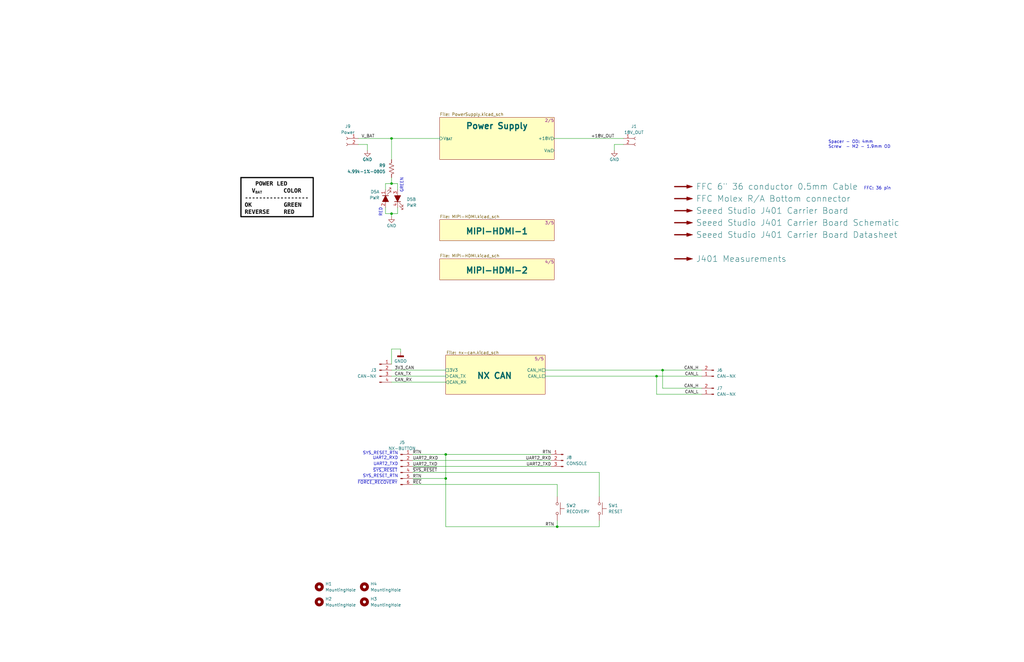
<source format=kicad_sch>
(kicad_sch (version 20231120) (generator "eeschema") (generator_version "8.0")
  (paper "B")
  (title_block (title "NX J401 Adapter") (date "2024-08-10") (rev "3") (company "971 Spartan Robotics"))
  (lib_symbols
    (symbol "Connector:Conn_01x02_Pin" (pin_names (offset 1.016) hide)
      (property "Reference" "J" (at 0 2.54 0))
      (property "Value" "Conn_01x02_Pin" (at 0 -5.08 0))
      (symbol "Conn_01x02_Pin_1_1"
        (polyline (pts (xy 1.27 -2.54) (xy 0.8636 -2.54)) (stroke (width 0.1524)))
        (polyline (pts (xy 1.27 0) (xy 0.8636 0)) (stroke (width 0.1524)))
        (rectangle (start 0.8636 -2.413) (end 0 -2.667) (stroke (width 0.1524)) (fill (type outline)))
        (rectangle (start 0.8636 0.127) (end 0 -0.127) (stroke (width 0.1524)) (fill (type outline)))
        (pin passive line (at 5.08 0 180) (length 3.81) (name "Pin_1") (number "1"))
        (pin passive line (at 5.08 -2.54 180) (length 3.81) (name "Pin_2") (number "2"))
      )
    )
    (symbol "Connector:Conn_01x02_Socket" (pin_names (offset 1.016) hide)
      (property "Reference" "J" (at 0 2.54 0))
      (property "Value" "Conn_01x02_Socket" (at 0 -5.08 0))
      (symbol "Conn_01x02_Socket_1_1"
        (arc (start 0 -2.032) (mid -0.5058 -2.54) (end 0 -3.048) (stroke (width 0.1524)))
        (polyline (pts (xy -1.27 -2.54) (xy -0.508 -2.54)) (stroke (width 0.1524)))
        (polyline (pts (xy -1.27 0) (xy -0.508 0)) (stroke (width 0.1524)))
        (arc (start 0 0.508) (mid -0.5058 0) (end 0 -0.508) (stroke (width 0.1524)))
        (pin passive line (at -5.08 0 0) (length 3.81) (name "Pin_1") (number "1"))
        (pin passive line (at -5.08 -2.54 0) (length 3.81) (name "Pin_2") (number "2"))
      )
    )
    (symbol "Connector:Conn_01x03_Pin" (pin_names (offset 1.016) hide)
      (property "Reference" "J" (at 0 5.08 0))
      (property "Value" "Conn_01x03_Pin" (at 0 -5.08 0))
      (symbol "Conn_01x03_Pin_1_1"
        (polyline (pts (xy 1.27 -2.54) (xy 0.8636 -2.54)) (stroke (width 0.1524)))
        (polyline (pts (xy 1.27 0) (xy 0.8636 0)) (stroke (width 0.1524)))
        (polyline (pts (xy 1.27 2.54) (xy 0.8636 2.54)) (stroke (width 0.1524)))
        (rectangle (start 0.8636 -2.413) (end 0 -2.667) (stroke (width 0.1524)) (fill (type outline)))
        (rectangle (start 0.8636 0.127) (end 0 -0.127) (stroke (width 0.1524)) (fill (type outline)))
        (rectangle (start 0.8636 2.667) (end 0 2.413) (stroke (width 0.1524)) (fill (type outline)))
        (pin passive line (at 5.08 2.54 180) (length 3.81) (name "Pin_1") (number "1"))
        (pin passive line (at 5.08 0 180) (length 3.81) (name "Pin_2") (number "2"))
        (pin passive line (at 5.08 -2.54 180) (length 3.81) (name "Pin_3") (number "3"))
      )
    )
    (symbol "Connector:Conn_01x04_Pin" (pin_names (offset 1.016) hide)
      (property "Reference" "J" (at 0 5.08 0))
      (property "Value" "Conn_01x04_Pin" (at 0 -7.62 0))
      (symbol "Conn_01x04_Pin_1_1"
        (polyline (pts (xy 1.27 -5.08) (xy 0.8636 -5.08)) (stroke (width 0.1524)))
        (polyline (pts (xy 1.27 -2.54) (xy 0.8636 -2.54)) (stroke (width 0.1524)))
        (polyline (pts (xy 1.27 0) (xy 0.8636 0)) (stroke (width 0.1524)))
        (polyline (pts (xy 1.27 2.54) (xy 0.8636 2.54)) (stroke (width 0.1524)))
        (rectangle (start 0.8636 -4.953) (end 0 -5.207) (stroke (width 0.1524)) (fill (type outline)))
        (rectangle (start 0.8636 -2.413) (end 0 -2.667) (stroke (width 0.1524)) (fill (type outline)))
        (rectangle (start 0.8636 0.127) (end 0 -0.127) (stroke (width 0.1524)) (fill (type outline)))
        (rectangle (start 0.8636 2.667) (end 0 2.413) (stroke (width 0.1524)) (fill (type outline)))
        (pin passive line (at 5.08 2.54 180) (length 3.81) (name "Pin_1") (number "1"))
        (pin passive line (at 5.08 0 180) (length 3.81) (name "Pin_2") (number "2"))
        (pin passive line (at 5.08 -2.54 180) (length 3.81) (name "Pin_3") (number "3"))
        (pin passive line (at 5.08 -5.08 180) (length 3.81) (name "Pin_4") (number "4"))
      )
    )
    (symbol "Connector:Conn_01x06_Pin" (pin_names (offset 1.016) hide)
      (property "Reference" "J" (at 0 7.62 0))
      (property "Value" "Conn_01x06_Pin" (at 0 -10.16 0))
      (symbol "Conn_01x06_Pin_1_1"
        (polyline (pts (xy 1.27 -7.62) (xy 0.8636 -7.62)) (stroke (width 0.1524)))
        (polyline (pts (xy 1.27 -5.08) (xy 0.8636 -5.08)) (stroke (width 0.1524)))
        (polyline (pts (xy 1.27 -2.54) (xy 0.8636 -2.54)) (stroke (width 0.1524)))
        (polyline (pts (xy 1.27 0) (xy 0.8636 0)) (stroke (width 0.1524)))
        (polyline (pts (xy 1.27 2.54) (xy 0.8636 2.54)) (stroke (width 0.1524)))
        (polyline (pts (xy 1.27 5.08) (xy 0.8636 5.08)) (stroke (width 0.1524)))
        (rectangle (start 0.8636 -7.493) (end 0 -7.747) (stroke (width 0.1524)) (fill (type outline)))
        (rectangle (start 0.8636 -4.953) (end 0 -5.207) (stroke (width 0.1524)) (fill (type outline)))
        (rectangle (start 0.8636 -2.413) (end 0 -2.667) (stroke (width 0.1524)) (fill (type outline)))
        (rectangle (start 0.8636 0.127) (end 0 -0.127) (stroke (width 0.1524)) (fill (type outline)))
        (rectangle (start 0.8636 2.667) (end 0 2.413) (stroke (width 0.1524)) (fill (type outline)))
        (rectangle (start 0.8636 5.207) (end 0 4.953) (stroke (width 0.1524)) (fill (type outline)))
        (pin passive line (at 5.08 5.08 180) (length 3.81) (name "Pin_1") (number "1"))
        (pin passive line (at 5.08 2.54 180) (length 3.81) (name "Pin_2") (number "2"))
        (pin passive line (at 5.08 0 180) (length 3.81) (name "Pin_3") (number "3"))
        (pin passive line (at 5.08 -2.54 180) (length 3.81) (name "Pin_4") (number "4"))
        (pin passive line (at 5.08 -5.08 180) (length 3.81) (name "Pin_5") (number "5"))
        (pin passive line (at 5.08 -7.62 180) (length 3.81) (name "Pin_6") (number "6"))
      )
    )
    (symbol "Device:R_US" (pin_numbers hide) (pin_names (offset 0))
      (property "Reference" "R" (at 2.54 0 90))
      (property "Value" "R_US" (at -2.54 0 90))
      (symbol "R_US_0_1"
        (polyline (pts (xy 0 -2.286) (xy 0 -2.54)))
        (polyline (pts (xy 0 2.286) (xy 0 2.54)))
        (polyline (pts (xy 0 -0.762) (xy 1.016 -1.143) (xy 0 -1.524) (xy -1.016 -1.905) (xy 0 -2.286)))
        (polyline (pts (xy 0 0.762) (xy 1.016 0.381) (xy 0 0) (xy -1.016 -0.381) (xy 0 -0.762)))
        (polyline (pts (xy 0 2.286) (xy 1.016 1.905) (xy 0 1.524) (xy -1.016 1.143) (xy 0 0.762)))
      )
      (symbol "R_US_1_1"
        (pin passive line (at 0 3.81 270) (length 1.27) (name "~") (number "1"))
        (pin passive line (at 0 -3.81 90) (length 1.27) (name "~") (number "2"))
      )
    )
    (symbol "Graphic:SYM_Arrow_Large" (in_bom no) (on_board no)
      (symbol "SYM_Arrow_Large_0_1"
        (polyline (pts (xy 2.54 0) (xy -3.81 0)) (stroke (width 0.508)))
        (polyline (pts (xy 3.81 0) (xy 1.27 -0.762) (xy 1.27 0.762) (xy 3.81 0)) (fill (type outline)))
      )
    )
    (symbol "Mechanical:MountingHole" (pin_names (offset 1.016))
      (property "Reference" "H" (at 0 5.08 0))
      (property "Value" "MountingHole" (at 0 3.175 0))
      (symbol "MountingHole_0_1"
        (circle (center 0 0) (radius 1.27) (stroke (width 1.27)))
      )
    )
    (symbol "NX-AdapterBoard:Dialight-Dual-LED" (pin_names (offset 1.016) hide)
      (property "Reference" "D6" (at -1.27 -3.81 90))
      (property "Value" "PWR" (at 1.27 -3.81 90))
      (symbol "Dialight-Dual-LED_0_1"
        (polyline (pts (xy -1.27 -1.27) (xy -1.27 1.27)) (stroke (width 0.254) (color 132 0 0 1)) (fill (type color) (color 255 0 0 1)))
        (polyline (pts (xy 1.27 -1.27) (xy 1.27 1.27) (xy -1.27 0) (xy 1.27 -1.27)) (stroke (width 0.254) (color 132 0 0 1)) (fill (type outline)))
        (polyline (pts (xy -3.048 -0.762) (xy -4.572 -2.286) (xy -3.81 -2.286) (xy -4.572 -2.286) (xy -4.572 -1.524)) (stroke (width 0) (color 132 0 0 1)))
        (polyline (pts (xy -1.778 -0.762) (xy -3.302 -2.286) (xy -2.54 -2.286) (xy -3.302 -2.286) (xy -3.302 -1.524)) (stroke (width 0) (color 132 0 0 1)))
      )
      (symbol "Dialight-Dual-LED_1_1"
        (pin passive line (at -3.81 0 0) (length 2.54) (name "Red-K") (number "1"))
        (pin passive line (at 3.81 0 180) (length 2.54) (name "RedA") (number "2"))
      )
      (symbol "Dialight-Dual-LED_2_1"
        (pin passive line (at 3.81 0 180) (length 2.54) (name "Green-A") (number "3"))
        (pin passive line (at -3.81 0 0) (length 2.54) (name "Green-K") (number "4"))
      )
    )
    (symbol "Switch:SW_Push" (pin_numbers hide) (pin_names (offset 1.016) hide)
      (property "Reference" "SW" (at 1.27 2.54 0))
      (property "Value" "SW_Push" (at 0 -1.524 0))
      (symbol "SW_Push_0_1"
        (circle (center -2.032 0) (radius 0.508))
        (polyline (pts (xy 0 1.27) (xy 0 3.048)))
        (polyline (pts (xy 2.54 1.27) (xy -2.54 1.27)))
        (circle (center 2.032 0) (radius 0.508))
        (pin passive line (at -5.08 0 0) (length 2.54) (name "1") (number "1"))
        (pin passive line (at 5.08 0 180) (length 2.54) (name "2") (number "2"))
      )
    )
    (symbol "power:GND" (power) (pin_names (offset 0))
      (property "Value" "GND" (at 0 -3.81 0))
      (symbol "GND_0_1"
        (polyline (pts (xy 0 0) (xy 0 -1.27) (xy 1.27 -1.27) (xy 0 -2.54) (xy -1.27 -1.27) (xy 0 -1.27)))
      )
      (symbol "GND_1_1"
        (pin power_in line (at 0 0 270) (length 0) hide (name "GND") (number "1"))
      )
    )
    (symbol "power:GNDD" (power) (pin_names (offset 0))
      (property "Value" "GNDD" (at 0 -3.175 0))
      (symbol "GNDD_0_1"
        (rectangle (start -1.27 -1.524) (end 1.27 -2.032) (stroke (width 0.254)) (fill (type outline)))
        (polyline (pts (xy 0 0) (xy 0 -1.524)))
      )
      (symbol "GNDD_1_1"
        (pin power_in line (at 0 0 270) (length 0) hide (name "GNDD") (number "1"))
      )
    )
  )
  (junction (at 187.96 201.93))
  (junction (at 276.86 158.75))
  (junction (at 279.4 156.21))
  (junction (at 165.1 58.42))
  (junction (at 234.95 222.25))
  (junction (at 187.96 191.77))
  (junction (at 165.1 77.47))
  (junction (at 165.1 90.17))
  (wire (pts (xy 279.4 163.83) (xy 279.4 156.21)))
  (wire (pts (xy 234.95 219.71) (xy 234.95 222.25)))
  (wire (pts (xy 234.95 204.47) (xy 234.95 209.55)))
  (wire (pts (xy 259.08 60.96) (xy 259.08 63.5)))
  (wire (pts (xy 165.1 58.42) (xy 165.1 67.31)))
  (wire (pts (xy 165.1 147.32) (xy 165.1 153.67)))
  (wire (pts (xy 276.86 158.75) (xy 295.91 158.75)))
  (wire (pts (xy 165.1 158.75) (xy 187.96 158.75)))
  (wire (pts (xy 165.1 161.29) (xy 187.96 161.29)))
  (wire (pts (xy 187.96 222.25) (xy 234.95 222.25)))
  (wire (pts (xy 151.13 60.96) (xy 154.94 60.96)))
  (wire (pts (xy 165.1 77.47) (xy 162.56 77.47)))
  (wire (pts (xy 173.99 196.85) (xy 232.41 196.85)))
  (wire (pts (xy 165.1 90.17) (xy 165.1 91.44)))
  (wire (pts (xy 252.73 199.39) (xy 252.73 209.55)))
  (wire (pts (xy 187.96 191.77) (xy 187.96 201.93)))
  (wire (pts (xy 165.1 147.32) (xy 168.91 147.32)))
  (wire (pts (xy 173.99 194.31) (xy 232.41 194.31)))
  (wire (pts (xy 162.56 87.63) (xy 162.56 90.17)))
  (wire (pts (xy 162.56 90.17) (xy 165.1 90.17)))
  (wire (pts (xy 233.68 58.42) (xy 262.89 58.42)))
  (wire (pts (xy 154.94 60.96) (xy 154.94 63.5)))
  (wire (pts (xy 279.4 156.21) (xy 295.91 156.21)))
  (wire (pts (xy 234.95 222.25) (xy 252.73 222.25)))
  (wire (pts (xy 229.87 158.75) (xy 276.86 158.75)))
  (wire (pts (xy 162.56 77.47) (xy 162.56 80.01)))
  (wire (pts (xy 252.73 219.71) (xy 252.73 222.25)))
  (wire (pts (xy 229.87 156.21) (xy 279.4 156.21)))
  (wire (pts (xy 276.86 166.37) (xy 276.86 158.75)))
  (wire (pts (xy 165.1 156.21) (xy 187.96 156.21)))
  (wire (pts (xy 167.64 90.17) (xy 165.1 90.17)))
  (wire (pts (xy 165.1 77.47) (xy 167.64 77.47)))
  (wire (pts (xy 165.1 74.93) (xy 165.1 77.47)))
  (wire (pts (xy 262.89 60.96) (xy 259.08 60.96)))
  (wire (pts (xy 295.91 163.83) (xy 279.4 163.83)))
  (wire (pts (xy 173.99 201.93) (xy 187.96 201.93)))
  (wire (pts (xy 167.64 87.63) (xy 167.64 90.17)))
  (wire (pts (xy 295.91 166.37) (xy 276.86 166.37)))
  (wire (pts (xy 187.96 191.77) (xy 232.41 191.77)))
  (wire (pts (xy 173.99 199.39) (xy 252.73 199.39)))
  (wire (pts (xy 187.96 201.93) (xy 187.96 222.25)))
  (wire (pts (xy 165.1 58.42) (xy 185.42 58.42)))
  (wire (pts (xy 173.99 191.77) (xy 187.96 191.77)))
  (wire (pts (xy 173.99 204.47) (xy 234.95 204.47)))
  (wire (pts (xy 167.64 77.47) (xy 167.64 80.01)))
  (wire (pts (xy 168.91 147.32) (xy 168.91 148.59)))
  (wire (pts (xy 151.13 58.42) (xy 165.1 58.42)))
  (text_box "   POWER LED\n  V_{BAT}      COLOR\n------------------\nOK         GREEN\nREVERSE    RED" (at 101.6 74.93 0) (size 30.48 16.51) (stroke (width 0.508) (color 0 0 0 1)) (effects (font (size 1.778 1.778) (thickness 0.3556) (bold yes)) (justify left top)))
  (text "FFC: 36 pin" (at 364.236 80.264 0) (effects (font (size 1.27 1.27)) (justify left bottom)))
  (text "UART2_RXD" (at 167.894 194.056 0) (effects (font (size 1.27 1.27)) (justify right bottom)))
  (text "~{FORCE_RECOVERY}" (at 167.64 204.47 0) (effects (font (size 1.27 1.27)) (justify right bottom)))
  (text "GREEN" (at 170.18 81.28 90) (effects (font (size 1.27 1.27)) (justify left bottom)))
  (text "SYS_RESET_RTN" (at 167.894 201.676 0) (effects (font (size 1.27 1.27)) (justify right bottom)))
  (text "RED" (at 161.29 91.44 90) (effects (font (size 1.27 1.27)) (justify left bottom)))
  (text "UART2_TXD" (at 167.894 196.596 0) (effects (font (size 1.27 1.27)) (justify right bottom)))
  (text "~{SYS_RESET}" (at 167.64 199.39 0) (effects (font (size 1.27 1.27)) (justify right bottom)))
  (text "Spacer - OD: 4mm\nScrew  - M2 - 1.9mm OD\n\n" (at 349.25 64.77 0) (effects (font (size 1.27 1.27)) (justify left bottom)))
  (text "SYS_RESET_RTN" (at 167.894 192.024 0) (effects (font (size 1.27 1.27)) (justify right bottom)))
  (label "RTN" (at 232.41 191.77 180))
  (label "UART2_TXD" (at 173.99 196.85 0))
  (label "UART2_TXD" (at 232.41 196.85 180))
  (label "CAN_RX" (at 166.37 161.29 0))
  (label "~{SYS_RESET}" (at 173.99 199.39 0))
  (label "CAN_H" (at 294.64 156.21 180))
  (label "RTN" (at 233.68 222.25 180))
  (label "UART2_RXD" (at 232.41 194.31 180))
  (label "RTN" (at 173.99 201.93 0))
  (label "V_BAT" (at 152.4 58.42 0))
  (label "+18V_OUT" (at 259.08 58.42 180))
  (label "RTN" (at 173.99 191.77 0))
  (label "3V3_CAN" (at 166.37 156.21 0))
  (label "CAN_L" (at 294.64 166.37 180))
  (label "CAN_TX" (at 166.37 158.75 0))
  (label "~{REC}" (at 173.99 204.47 0))
  (label "UART2_RXD" (at 173.99 194.31 0))
  (label "CAN_L" (at 294.64 158.75 180))
  (label "CAN_H" (at 294.64 163.83 180))
  (symbol (lib_id "Mechanical:MountingHole") (at 153.67 254 0) (unit 1) (in_bom no)
    (property "Reference" "H3" (at 156.21 252.73 0) (effects (justify left)))
    (property "Value" "MountingHole" (at 156.21 255.27 0) (effects (justify left)))
    (property "Footprint" "MountingHole:MountingHole_2.7mm_M2.5" (effects (hide yes)))
  )
  (symbol (lib_id "NX-AdapterBoard:Dialight-Dual-LED") (at 167.64 83.82 90) (unit 2)
    (property "Reference" "D5" (at 171.45 84.1375 90) (effects (justify right)))
    (property "Value" "PWR" (at 171.45 86.6775 90) (effects (justify right)))
    (property "Footprint" "NX-J401-Adapter:LED-Dialight-5913001858F" (effects (hide yes)))
    (property "Datasheet" "Components/Dialight-C18340B.pdf" (effects (hide yes)))
    (property "MFG" "Dialight" (effects (hide yes)))
    (property "MFG P/N" "5913001858F" (effects (hide yes)))
    (property "DIST" "Digikey" (effects (hide yes)))
    (property "DIST P/N" "350-5913001858FCT-ND" (effects (hide yes)))
  )
  (symbol (lib_id "Device:R_US") (at 165.1 71.12 0) (mirror x) (unit 1)
    (property "Reference" "R9" (at 162.56 69.85 0) (effects (justify right)))
    (property "Value" "4.99k-1%-0805" (at 162.56 72.39 0) (effects (justify right)))
    (property "Footprint" "Resistor_SMD:R_0805_2012Metric" (effects (hide yes)))
    (property "Datasheet" "Components/YageoPYu-RC_Group_51_RoHS_L_12.pdf" (effects (hide yes)))
    (property "MFG" "Yageo" (effects (hide yes)))
    (property "MFG P/N" "RC0805FR-07499RL" (effects (hide yes)))
    (property "DIST" "Digikey" (effects (hide yes)))
    (property "DIST P/N" "311-499CRCT-ND" (effects (hide yes)))
  )
  (symbol (lib_id "power:GNDD") (at 168.91 148.59 0) (unit 1)
    (property "Reference" "#PWR03" (effects (hide yes)))
    (property "Value" "GNDD" (at 168.91 152.4 0))
  )
  (symbol (lib_id "Switch:SW_Push") (at 234.95 214.63 270) (unit 1)
    (property "Reference" "SW2" (at 238.76 213.36 90) (effects (justify left)))
    (property "Value" "RECOVERY" (at 238.76 215.9 90) (effects (justify left)))
    (property "Footprint" "NX-J401-Adapter:SW_TL1105VF100Q_EWI" (effects (hide yes)))
    (property "Datasheet" "Components/E-SWITCH-tl1105vf100q-drawing.pdf" (effects (hide yes)))
    (property "DIST" "Digikey" (effects (hide yes)))
    (property "DIST P/N" "EG2507-ND" (effects (hide yes)))
    (property "MFG" "E-Switch" (effects (hide yes)))
    (property "MFG P/N" "TL1105VF100Q" (effects (hide yes)))
  )
  (symbol (lib_id "Connector:Conn_01x06_Pin") (at 168.91 196.85 0) (unit 1)
    (property "Reference" "J5" (at 169.545 186.69 0))
    (property "Value" "NX-BUTTON" (at 169.545 189.23 0))
    (property "Footprint" "NX-J401-Adapter:70543-0005" (effects (hide yes)))
    (property "Datasheet" "Components/Molex-705430001_sd.pdf" (effects (hide yes)))
    (property "Description" "Generic connector, single row, 01x06, script generated" (effects (hide yes)))
    (property "MFG" "Molex" (effects (hide yes)))
    (property "MFG P/N" "0705430040" (effects (hide yes)))
    (property "DIST" "Digikey" (effects (hide yes)))
    (property "DIST P/N" "WM4828-ND" (effects (hide yes)))
  )
  (symbol (lib_id "Graphic:SYM_Arrow_Large") (at 288.29 88.9 0) (unit 1) (in_bom no) (on_board no)
    (property "Reference" "#SYM3" (effects (hide yes)))
    (property "Value" "Seeed Studio J401 Carrier Board" (at 293.37 88.9 0) (effects (font (size 2.54 2.54)) (justify left)))
    (property "Datasheet" "https://www.seeedstudio.com/reComputer-J401-Carrier-Board-for-Jetson-Orin-NX-Orin-Nano-p-5636.html" (effects (hide yes)))
  )
  (symbol (lib_id "Mechanical:MountingHole") (at 134.62 247.65 0) (unit 1) (in_bom no)
    (property "Reference" "H1" (at 137.16 246.38 0) (effects (justify left)))
    (property "Value" "MountingHole" (at 137.16 248.92 0) (effects (justify left)))
    (property "Footprint" "MountingHole:MountingHole_2.7mm_M2.5" (effects (hide yes)))
  )
  (symbol (lib_id "NX-AdapterBoard:Dialight-Dual-LED") (at 162.56 83.82 90) (mirror x) (unit 1)
    (property "Reference" "D5" (at 160.02 80.9625 90) (effects (justify left)))
    (property "Value" "PWR" (at 160.02 83.5025 90) (effects (justify left)))
    (property "Footprint" "NX-J401-Adapter:LED-Dialight-5913001858F" (effects (hide yes)))
    (property "Datasheet" "Components/Dialight-C18340B.pdf" (effects (hide yes)))
    (property "MFG" "Dialight" (effects (hide yes)))
    (property "MFG P/N" "5913001858F" (effects (hide yes)))
    (property "DIST" "Digikey" (effects (hide yes)))
    (property "DIST P/N" "350-5913001858FCT-ND" (effects (hide yes)))
  )
  (symbol (lib_id "Graphic:SYM_Arrow_Large") (at 288.29 83.82 0) (unit 1) (in_bom no) (on_board no)
    (property "Reference" "#SYM2" (effects (hide yes)))
    (property "Value" "FFC Molex R/A Bottom connector" (at 293.37 83.82 0) (effects (font (size 2.54 2.54)) (justify left)))
    (property "Datasheet" "https://www.digikey.com/en/products/detail/molex/0541323662/3044858" (effects (hide yes)))
  )
  (symbol (lib_id "power:GND") (at 154.94 63.5 0) (mirror y) (unit 1)
    (property "Reference" "#PWR01" (effects (hide yes)))
    (property "Value" "GND" (at 154.94 67.31 0))
  )
  (symbol (lib_id "Graphic:SYM_Arrow_Large") (at 288.29 99.06 0) (unit 1) (in_bom no) (on_board no)
    (property "Reference" "#SYM5" (effects (hide yes)))
    (property "Value" "Seeed Studio J401 Carrier Board Datasheet" (at 293.37 99.06 0) (effects (font (size 2.54 2.54)) (justify left)))
    (property "Datasheet" "https://files.seeedstudio.com/wiki/reComputer-J4012/reComputer-J401-datasheet.pdf" (effects (hide yes)))
  )
  (symbol (lib_id "Graphic:SYM_Arrow_Large") (at 288.29 109.22 0) (unit 1) (in_bom no) (on_board no)
    (property "Reference" "#SYM6" (effects (hide yes)))
    (property "Value" "J401 Measurements" (at 293.37 109.22 0) (effects (font (size 2.54 2.54)) (justify left)))
    (property "Datasheet" "Components/J401 Measurements__Assembly.pdf" (effects (hide yes)))
  )
  (symbol (lib_id "Connector:Conn_01x02_Pin") (at 300.99 166.37 180) (unit 1)
    (property "Reference" "J7" (at 302.26 163.83 0) (effects (justify right)))
    (property "Value" "CAN-NX" (at 302.26 166.37 0) (effects (justify right)))
    (property "Footprint" "NX-J401-Adapter:70555-0001" (effects (hide yes)))
    (property "Datasheet" "Components/Molex-70555-0001.pdf" (effects (hide yes)))
    (property "MFG" "Molex" (effects (hide yes)))
    (property "MFG P/N" "0705550036" (effects (hide yes)))
    (property "DIST" "Digikey" (effects (hide yes)))
    (property "DIST P/N" "WM4175-ND" (effects (hide yes)))
  )
  (symbol (lib_id "Mechanical:MountingHole") (at 153.67 247.65 0) (unit 1) (in_bom no)
    (property "Reference" "H4" (at 156.21 246.38 0) (effects (justify left)))
    (property "Value" "MountingHole" (at 156.21 248.92 0) (effects (justify left)))
    (property "Footprint" "MountingHole:MountingHole_2.7mm_M2.5" (effects (hide yes)))
  )
  (symbol (lib_id "Mechanical:MountingHole") (at 134.62 254 0) (unit 1) (in_bom no)
    (property "Reference" "H2" (at 137.16 252.73 0) (effects (justify left)))
    (property "Value" "MountingHole" (at 137.16 255.27 0) (effects (justify left)))
    (property "Footprint" "MountingHole:MountingHole_2.7mm_M2.5" (effects (hide yes)))
  )
  (symbol (lib_id "Switch:SW_Push") (at 252.73 214.63 270) (unit 1)
    (property "Reference" "SW1" (at 256.54 213.36 90) (effects (justify left)))
    (property "Value" "RESET" (at 256.54 215.9 90) (effects (justify left)))
    (property "Footprint" "NX-J401-Adapter:SW_TL1105VF100Q_EWI" (effects (hide yes)))
    (property "Datasheet" "Components/E-SWITCH-tl1105vf100q-drawing.pdf" (effects (hide yes)))
    (property "DIST" "Digikey" (effects (hide yes)))
    (property "DIST P/N" "EG2507-ND" (effects (hide yes)))
    (property "MFG" "E-Switch" (effects (hide yes)))
    (property "MFG P/N" "TL1105VF100Q" (effects (hide yes)))
  )
  (symbol (lib_id "power:GND") (at 259.08 63.5 0) (mirror y) (unit 1)
    (property "Reference" "#PWR04" (effects (hide yes)))
    (property "Value" "GND" (at 259.08 67.31 0))
  )
  (symbol (lib_id "Connector:Conn_01x02_Pin") (at 300.99 158.75 180) (unit 1)
    (property "Reference" "J6" (at 302.26 156.21 0) (effects (justify right)))
    (property "Value" "CAN-NX" (at 302.26 158.75 0) (effects (justify right)))
    (property "Footprint" "NX-J401-Adapter:70555-0001" (effects (hide yes)))
    (property "Datasheet" "Components/Molex-70555-0001.pdf" (effects (hide yes)))
    (property "MFG" "Molex" (effects (hide yes)))
    (property "MFG P/N" "0705550036" (effects (hide yes)))
    (property "DIST" "Digikey" (effects (hide yes)))
    (property "DIST P/N" "WM4175-ND" (effects (hide yes)))
  )
  (symbol (lib_id "Connector:Conn_01x03_Pin") (at 237.49 194.31 0) (mirror y) (unit 1)
    (property "Reference" "J8" (at 238.76 193.0399 0) (effects (justify right)))
    (property "Value" "CONSOLE" (at 238.76 195.5799 0) (effects (justify right)))
    (property "Footprint" "NX-J401-Adapter:70555-0002" (effects (hide yes)))
    (property "Datasheet" "Components/Molex-70555-0001.pdf" (effects (hide yes)))
    (property "Description" "Generic connector, single row, 01x03, script generated" (effects (hide yes)))
    (property "MFG" "Molex" (effects (hide yes)))
    (property "MFG P/N" "0705550037" (effects (hide yes)))
    (property "DIST" "Digikey" (effects (hide yes)))
    (property "DIST P/N" "WM4176-ND" (effects (hide yes)))
  )
  (symbol (lib_id "Graphic:SYM_Arrow_Large") (at 288.29 78.74 0) (unit 1) (in_bom no) (on_board no)
    (property "Reference" "#SYM1" (effects (hide yes)))
    (property "Value" "FFC 6\" 36 conductor 0.5mm Cable" (at 293.37 78.74 0) (effects (font (size 2.54 2.54)) (justify left)))
    (property "Datasheet" "https://www.digikey.com/en/products/detail/molex/0151660391/3281272" (effects (hide yes)))
  )
  (symbol (lib_id "power:GND") (at 165.1 91.44 0) (mirror y) (unit 1)
    (property "Reference" "#PWR02" (effects (hide yes)))
    (property "Value" "GND" (at 165.1 95.25 0))
  )
  (symbol (lib_id "Connector:Conn_01x02_Socket") (at 146.05 58.42 0) (mirror y) (unit 1)
    (property "Reference" "J9" (at 146.685 53.34 0))
    (property "Value" "Power" (at 146.685 55.88 0))
    (property "Footprint" "NX-J401-Adapter:Wurth-691406510002B" (effects (hide yes)))
    (property "Datasheet" "Components/Wurth-0691406510002B.pdf" (effects (hide yes)))
    (property "MFG" "Wurth" (effects (hide yes)))
    (property "MFG P/N" "691406510002B" (effects (hide yes)))
    (property "DIST" "Digikey" (effects (hide yes)))
    (property "DIST P/N" "732-691406510002B-ND" (effects (hide yes)))
  )
  (symbol (lib_id "Connector:Conn_01x02_Socket") (at 267.97 58.42 0) (unit 1)
    (property "Reference" "J1" (at 267.335 53.34 0))
    (property "Value" "18V_OUT" (at 267.335 55.88 0))
    (property "Footprint" "NX-J401-Adapter:CONN_69140872_WRE" (effects (hide yes)))
    (property "Datasheet" "Components/Wurth-691408720002B.pdf" (effects (hide yes)))
    (property "MFG" "Würth Elektronik" (effects (hide yes)))
    (property "MFG P/N" "691408720002B" (effects (hide yes)))
    (property "DIST" "Digikey" (effects (hide yes)))
    (property "DIST P/N" "732-691408720002B-ND" (effects (hide yes)))
  )
  (symbol (lib_id "Graphic:SYM_Arrow_Large") (at 288.29 93.98 0) (unit 1) (in_bom no) (on_board no)
    (property "Reference" "#SYM4" (effects (hide yes)))
    (property "Value" "Seeed Studio J401 Carrier Board Schematic" (at 293.37 93.98 0) (effects (font (size 2.54 2.54)) (justify left)))
    (property "Datasheet" "Components/SeeedStudio-reComputer_J401_SCH_V1.0.pdf" (effects (hide yes)))
  )
  (symbol (lib_id "Connector:Conn_01x04_Pin") (at 160.02 156.21 0) (unit 1)
    (property "Reference" "J3" (at 158.75 156.2099 0) (effects (justify right)))
    (property "Value" "CAN-NX" (at 158.75 158.7499 0) (effects (justify right)))
    (property "Footprint" "NX-J401-Adapter:70543-0003" (effects (hide yes)))
    (property "Datasheet" "Components/Molex-705430001_sd.pdf" (effects (hide yes)))
    (property "MFG" "Molex" (effects (hide yes)))
    (property "MFG P/N" "70543-0003" (effects (hide yes)))
    (property "DIST" "Digikey" (effects (hide yes)))
    (property "DIST P/N" "WM4802-ND" (effects (hide yes)))
  )
  (sheet (at 185.42 49.53) (size 48.26 17.78) (stroke (width 0.1524)) (fill (color 255 255 194 1.0000))
    (property "Sheetname" "Power Supply" (at 209.55 54.61 0) (effects (font (size 2.54 2.54) (bold yes)) (justify bottom)))
    (property "Sheetfile" "PowerSupply.kicad_sch" (at 185.42 48.26 0) (effects (justify left)))
    (property "Page" "${#}/${##}" (at 233.68 50.8 0) (effects (justify right)))
    (pin "V_{BAT}" input (at 185.42 58.42 180))
    (pin "+18V" output (at 233.68 58.42 0))
    (pin "V_{IN}" output (at 233.68 63.5 0))
  )
  (sheet (at 187.96 149.86) (size 41.91 16.51) (stroke (width 0.1524)) (fill (color 255 255 194 1.0000))
    (property "Sheetname" "NX CAN" (at 208.534 160.02 0) (effects (font (size 2.54 2.54) (bold yes)) (justify bottom)))
    (property "Sheetfile" "nx-can.kicad_sch" (at 188.214 148.082 0) (effects (justify left top)))
    (property "Page" "${#}/${##}" (at 229.362 151.384 0) (effects (justify right)))
    (pin "3V3" passive (at 187.96 156.21 180))
    (pin "CAN_RX" output (at 187.96 161.29 180))
    (pin "CAN_TX" input (at 187.96 158.75 180))
    (pin "CAN_H" passive (at 229.87 156.21 0))
    (pin "CAN_L" passive (at 229.87 158.75 0))
  )
  (sheet (at 185.42 109.22) (size 48.26 8.89) (stroke (width 0.1524)) (fill (color 255 255 194 1.0000))
    (property "Sheetname" "MIPI-HDMI-2" (at 209.55 115.57 0) (effects (font (size 2.54 2.54) (bold yes)) (justify bottom)))
    (property "Sheetfile" "MIPI-HDMI.kicad_sch" (at 185.42 107.95 0) (effects (justify left)))
    (property "Page" "${#}/${##}" (at 233.68 110.49 0) (effects (justify right)))
  )
  (sheet (at 185.42 92.71) (size 48.26 8.89) (stroke (width 0.1524)) (fill (color 255 255 194 1.0000))
    (property "Sheetname" "MIPI-HDMI-1" (at 209.55 99.06 0) (effects (font (size 2.54 2.54) (bold yes)) (justify bottom)))
    (property "Sheetfile" "MIPI-HDMI.kicad_sch" (at 185.42 91.44 0) (effects (justify left)))
    (property "Page" "${#}/${##}" (at 233.68 93.98 0) (effects (justify right)))
  )
)
</source>
